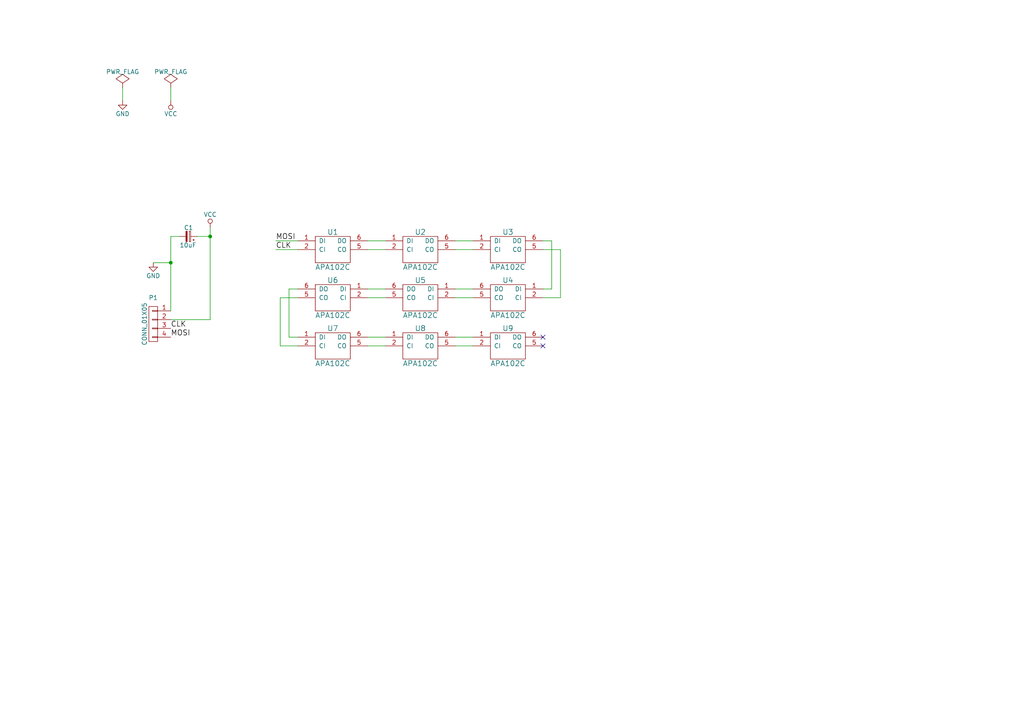
<source format=kicad_sch>
(kicad_sch (version 20230121) (generator eeschema)
  (paper "A4")
  (lib_symbols
    (symbol "backlight-rescue:APA102C" (pin_names (offset 1.016))
      (property "Reference" "U" (at 0 5.08 0))
      (property "Value" "APA102C" (at 0 -5.08 0))
      (symbol "APA102C_0_1"
        (rectangle (start -5.08 3.81) (end 5.08 -3.81))
      )
      (symbol "APA102C_1_1"
        (pin input line (at -10.16 2.54 0) (length 5.08) (name "DI") (number "1"))
        (pin input line (at -10.16 0 0) (length 5.08) (name "CI") (number "2"))
        (pin power_in line (at -10.16 -2.54 0) (length 5.08) hide (name "GND") (number "3"))
        (pin power_in line (at 10.16 -2.54 180) (length 5.08) hide (name "VCC") (number "4"))
        (pin output line (at 10.16 0 180) (length 5.08) (name "CO") (number "5"))
        (pin output line (at 10.16 2.54 180) (length 5.08) (name "DO") (number "6"))
      )
    )
    (symbol "backlight-rescue:CONN_01X04" (pin_names (offset 1.016) hide)
      (property "Reference" "P" (at 0 6.35 0))
      (property "Value" "CONN_01X04" (at 2.54 0 90))
      (symbol "CONN_01X04_0_1"
        (rectangle (start -1.27 -3.683) (end 0.254 -3.937))
        (rectangle (start -1.27 -1.143) (end 0.254 -1.397))
        (rectangle (start -1.27 1.397) (end 0.254 1.143))
        (rectangle (start -1.27 3.937) (end 0.254 3.683))
        (rectangle (start -1.27 5.08) (end 1.27 -5.08))
      )
      (symbol "CONN_01X04_1_1"
        (pin passive line (at -5.08 3.81 0) (length 3.81) (name "P1") (number "1"))
        (pin passive line (at -5.08 1.27 0) (length 3.81) (name "P2") (number "2"))
        (pin passive line (at -5.08 -1.27 0) (length 3.81) (name "P3") (number "3"))
        (pin passive line (at -5.08 -3.81 0) (length 3.81) (name "P4") (number "4"))
      )
    )
    (symbol "backlight-rescue:CP_Small" (pin_numbers hide) (pin_names (offset 0.254) hide)
      (property "Reference" "C" (at 0.254 1.778 0))
      (property "Value" "CP_Small" (at 0.254 -2.032 0))
      (symbol "CP_Small_0_1"
        (rectangle (start -1.524 -0.3048) (end 1.524 -0.6858) (fill (type outline)))
        (rectangle (start -1.524 0.6858) (end 1.524 0.3048))
        (polyline (pts (xy -1.27 1.524) (xy -0.762 1.524)))
        (polyline (pts (xy -1.016 1.27) (xy -1.016 1.778)))
      )
      (symbol "CP_Small_1_1"
        (pin passive line (at 0 2.54 270) (length 1.8542) (name "~") (number "1"))
        (pin passive line (at 0 -2.54 90) (length 1.8542) (name "~") (number "2"))
      )
    )
    (symbol "backlight-rescue:GND" (power) (pin_names (offset 0))
      (property "Value" "GND" (at 0 -3.81 0))
      (symbol "GND_0_1"
        (polyline (pts (xy 0 0) (xy 0 -1.27) (xy 1.27 -1.27) (xy 0 -2.54) (xy -1.27 -1.27) (xy 0 -1.27)))
      )
      (symbol "GND_1_1"
        (pin power_in line (at 0 0 270) (length 0) hide (name "GND") (number "1"))
      )
    )
    (symbol "backlight-rescue:PWR_FLAG" (power) (pin_numbers hide) (pin_names (offset 0) hide)
      (property "Value" "PWR_FLAG" (at 0 4.572 0))
      (symbol "PWR_FLAG_0_0"
        (pin power_out line (at 0 0 90) (length 0) (name "pwr") (number "1"))
      )
      (symbol "PWR_FLAG_0_1"
        (polyline (pts (xy 0 0) (xy 0 1.27) (xy -1.905 2.54) (xy 0 3.81) (xy 1.905 2.54) (xy 0 1.27)))
      )
    )
    (symbol "backlight-rescue:VCC" (power) (pin_names (offset 0))
      (property "Value" "VCC" (at 0 3.81 0))
      (symbol "VCC_0_1"
        (polyline (pts (xy 0 0) (xy 0 1.27)))
        (circle (center 0 1.905) (radius 0.635))
      )
      (symbol "VCC_1_1"
        (pin power_in line (at 0 0 90) (length 0) hide (name "VCC") (number "1"))
      )
    )
  )
  (junction (at 49.53 76.2))
  (junction (at 60.96 68.58))
  (no_connect (at 157.48 100.33))
  (no_connect (at 157.48 97.79))
  (wire (pts (xy 106.68 83.82) (xy 111.76 83.82)))
  (wire (pts (xy 81.28 86.36) (xy 81.28 100.33)))
  (wire (pts (xy 162.56 86.36) (xy 157.48 86.36)))
  (wire (pts (xy 49.53 76.2) (xy 49.53 90.17)))
  (wire (pts (xy 160.02 83.82) (xy 157.48 83.82)))
  (wire (pts (xy 44.45 76.2) (xy 49.53 76.2)))
  (wire (pts (xy 35.56 25.4) (xy 35.56 29.21)))
  (wire (pts (xy 106.68 86.36) (xy 111.76 86.36)))
  (wire (pts (xy 132.08 100.33) (xy 137.16 100.33)))
  (wire (pts (xy 162.56 72.39) (xy 162.56 86.36)))
  (wire (pts (xy 132.08 83.82) (xy 137.16 83.82)))
  (wire (pts (xy 80.01 72.39) (xy 86.36 72.39)))
  (wire (pts (xy 106.68 69.85) (xy 111.76 69.85)))
  (wire (pts (xy 83.82 97.79) (xy 86.36 97.79)))
  (wire (pts (xy 86.36 83.82) (xy 83.82 83.82)))
  (wire (pts (xy 49.53 25.4) (xy 49.53 29.21)))
  (wire (pts (xy 81.28 100.33) (xy 86.36 100.33)))
  (wire (pts (xy 160.02 69.85) (xy 160.02 83.82)))
  (wire (pts (xy 132.08 69.85) (xy 137.16 69.85)))
  (wire (pts (xy 106.68 72.39) (xy 111.76 72.39)))
  (wire (pts (xy 60.96 68.58) (xy 60.96 92.71)))
  (wire (pts (xy 49.53 68.58) (xy 52.07 68.58)))
  (wire (pts (xy 132.08 86.36) (xy 137.16 86.36)))
  (wire (pts (xy 86.36 86.36) (xy 81.28 86.36)))
  (wire (pts (xy 49.53 68.58) (xy 49.53 76.2)))
  (wire (pts (xy 80.01 69.85) (xy 86.36 69.85)))
  (wire (pts (xy 60.96 92.71) (xy 49.53 92.71)))
  (wire (pts (xy 106.68 97.79) (xy 111.76 97.79)))
  (wire (pts (xy 132.08 97.79) (xy 137.16 97.79)))
  (wire (pts (xy 132.08 72.39) (xy 137.16 72.39)))
  (wire (pts (xy 157.48 72.39) (xy 162.56 72.39)))
  (wire (pts (xy 106.68 100.33) (xy 111.76 100.33)))
  (wire (pts (xy 60.96 66.04) (xy 60.96 68.58)))
  (wire (pts (xy 83.82 83.82) (xy 83.82 97.79)))
  (wire (pts (xy 57.15 68.58) (xy 60.96 68.58)))
  (wire (pts (xy 157.48 69.85) (xy 160.02 69.85)))
  (label "MOSI" (at 49.53 97.79 0) (effects (font (size 1.524 1.524))))
  (label "MOSI" (at 80.01 69.85 0) (effects (font (size 1.524 1.524))))
  (label "CLK" (at 80.01 72.39 0) (effects (font (size 1.524 1.524))))
  (label "CLK" (at 49.53 95.25 0) (effects (font (size 1.524 1.524))))
  (symbol (lib_id "backlight-rescue:APA102C") (at 96.52 72.39 0) (unit 1)
    (property "Reference" "U1" (at 96.52 67.31 0) (effects (font (size 1.524 1.524))))
    (property "Value" "APA102C" (at 96.52 77.47 0) (effects (font (size 1.524 1.524))))
    (property "Footprint" "superled:APA102C" (effects hide))
  )
  (symbol (lib_id "backlight-rescue:VCC") (at 49.53 29.21 180) (unit 1)
    (property "Reference" "#PWR01" (effects hide))
    (property "Value" "VCC" (at 49.53 33.02 0))
  )
  (symbol (lib_id "backlight-rescue:PWR_FLAG") (at 49.53 25.4 0) (unit 1)
    (property "Reference" "#FLG02" (effects hide))
    (property "Value" "PWR_FLAG" (at 49.53 20.828 0))
  )
  (symbol (lib_id "backlight-rescue:APA102C") (at 121.92 72.39 0) (unit 1)
    (property "Reference" "U2" (at 121.92 67.31 0) (effects (font (size 1.524 1.524))))
    (property "Value" "APA102C" (at 121.92 77.47 0) (effects (font (size 1.524 1.524))))
    (property "Footprint" "superled:APA102C" (effects hide))
  )
  (symbol (lib_id "backlight-rescue:APA102C") (at 147.32 72.39 0) (unit 1)
    (property "Reference" "U3" (at 147.32 67.31 0) (effects (font (size 1.524 1.524))))
    (property "Value" "APA102C" (at 147.32 77.47 0) (effects (font (size 1.524 1.524))))
    (property "Footprint" "superled:APA102C" (effects hide))
  )
  (symbol (lib_id "backlight-rescue:APA102C") (at 147.32 86.36 0) (mirror y) (unit 1)
    (property "Reference" "U4" (at 147.32 81.28 0) (effects (font (size 1.524 1.524))))
    (property "Value" "APA102C" (at 147.32 91.44 0) (effects (font (size 1.524 1.524))))
    (property "Footprint" "superled:APA102C" (effects hide))
  )
  (symbol (lib_id "backlight-rescue:APA102C") (at 121.92 86.36 0) (mirror y) (unit 1)
    (property "Reference" "U5" (at 121.92 81.28 0) (effects (font (size 1.524 1.524))))
    (property "Value" "APA102C" (at 121.92 91.44 0) (effects (font (size 1.524 1.524))))
    (property "Footprint" "superled:APA102C" (effects hide))
  )
  (symbol (lib_id "backlight-rescue:APA102C") (at 96.52 86.36 0) (mirror y) (unit 1)
    (property "Reference" "U6" (at 96.52 81.28 0) (effects (font (size 1.524 1.524))))
    (property "Value" "APA102C" (at 96.52 91.44 0) (effects (font (size 1.524 1.524))))
    (property "Footprint" "superled:APA102C" (effects hide))
  )
  (symbol (lib_id "backlight-rescue:APA102C") (at 96.52 100.33 0) (unit 1)
    (property "Reference" "U7" (at 96.52 95.25 0) (effects (font (size 1.524 1.524))))
    (property "Value" "APA102C" (at 96.52 105.41 0) (effects (font (size 1.524 1.524))))
    (property "Footprint" "superled:APA102C" (effects hide))
  )
  (symbol (lib_id "backlight-rescue:APA102C") (at 121.92 100.33 0) (unit 1)
    (property "Reference" "U8" (at 121.92 95.25 0) (effects (font (size 1.524 1.524))))
    (property "Value" "APA102C" (at 121.92 105.41 0) (effects (font (size 1.524 1.524))))
    (property "Footprint" "superled:APA102C" (effects hide))
  )
  (symbol (lib_id "backlight-rescue:APA102C") (at 147.32 100.33 0) (unit 1)
    (property "Reference" "U9" (at 147.32 95.25 0) (effects (font (size 1.524 1.524))))
    (property "Value" "APA102C" (at 147.32 105.41 0) (effects (font (size 1.524 1.524))))
    (property "Footprint" "superled:APA102C" (effects hide))
  )
  (symbol (lib_id "backlight-rescue:VCC") (at 60.96 66.04 0) (unit 1)
    (property "Reference" "#PWR03" (effects hide))
    (property "Value" "VCC" (at 60.96 62.23 0))
  )
  (symbol (lib_id "backlight-rescue:CP_Small") (at 54.61 68.58 270) (mirror x) (unit 1)
    (property "Reference" "C1" (at 53.34 66.04 90) (effects (justify left)))
    (property "Value" "10uF" (at 52.07 71.12 90) (effects (justify left)))
    (property "Footprint" "Capacitors_Tantalum_SMD:TantalC_SizeR_EIA-2012" (effects hide))
  )
  (symbol (lib_id "backlight-rescue:GND") (at 44.45 76.2 0) (unit 1)
    (property "Reference" "#PWR04" (effects hide))
    (property "Value" "GND" (at 44.45 80.01 0))
  )
  (symbol (lib_id "backlight-rescue:CONN_01X04") (at 44.45 93.98 0) (mirror y) (unit 1)
    (property "Reference" "P1" (at 44.45 86.36 0))
    (property "Value" "CONN_01X05" (at 41.91 93.98 90))
    (property "Footprint" "Connectors_Molex:Molex_Panelmate-53780-0470_04x1.25mm_Angled" (effects hide))
  )
  (symbol (lib_id "backlight-rescue:PWR_FLAG") (at 35.56 25.4 0) (unit 1)
    (property "Reference" "#FLG05" (effects hide))
    (property "Value" "PWR_FLAG" (at 35.56 20.828 0))
  )
  (symbol (lib_id "backlight-rescue:GND") (at 35.56 29.21 0) (unit 1)
    (property "Reference" "#PWR06" (effects hide))
    (property "Value" "GND" (at 35.56 33.02 0))
  )
)
</source>
